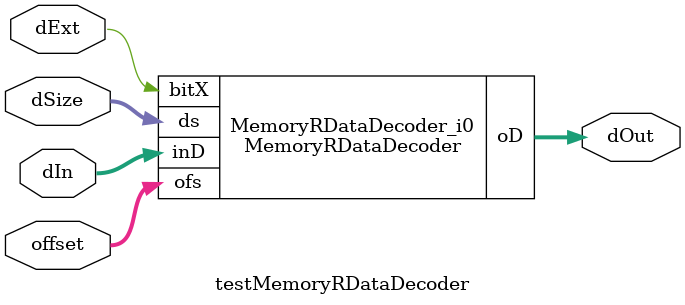
<source format=v>
/*
 * Generated by Digital. Don't modify this file!
 * Any changes will be lost if this file is regenerated.
 */
module MemoryRDataDecoder(
    input [31:0] inD,
    input [1:0] ofs,
    input bitX,
    input [1:0] ds,
    output reg[31:0] oD
);

always @(*)
    case (ds)
      2'b00://Word
      begin
        oD=inD;
      end
      2'b01://Half-Word
      begin
        case (ofs)
          2'b00:
              begin
                if(bitX) begin//do signExtend
                  oD={ {16{inD[31]}},inD[31:16]};
                end else begin
                  oD={16'b0,inD[31:16]};
                end
              end
              2'b01:
              begin
                if(bitX) begin//do signExtend
                  oD={ {16{inD[31]}},inD[31:16]};
                end else begin
                  oD={16'b0,inD[31:16]};
                end
              end
              2'b10:
              begin
                if(bitX) begin
                oD={ {16{inD[15]}},inD[15:0]};
                end else begin
                oD={16'b0,inD[15:0]};
                end
              end
              2'b11:
              begin
                if(bitX) begin
                oD={ {16{inD[15]}},inD[15:0]};
                end else begin
                oD={16'b0,inD[15:0]};
                end
              end
        endcase
      end 
      2'b10://Byte
      begin
        case (ofs)
          2'b00:
              begin
                if(bitX) begin//do signExtend
                  oD={ {24{inD[31]}} ,inD[31:24]};
                end else begin
                  oD={24'b0,inD[31:24]};
                end
              end
              2'b01:
              begin
                if(bitX) begin//do signExtend
                  oD={ {24{inD[23]}},inD[23:16]};
                end else begin
                  oD={24'b0,inD[23:16]};
                end
              end
              2'b10:
              begin
                if(bitX) begin//do signExtend
                  oD={ {24{inD[15]}},inD[15:8]};
                end else begin
                  oD={24'b0,inD[15:8]};
                end
              end
              2'b11:
              begin
                if(bitX) begin//do signExtend
                  oD={ {24{inD[7]}},inD[7:0]};
                end else begin
                  oD={24'b0,inD[7:0]};
                end
              end
        endcase
      end
      default: 
        oD=31'b0;
    endcase
endmodule

module testMemoryRDataDecoder (
  input [31:0] dIn,
  input [1:0] offset,
  input dExt,
  input [1:0] dSize,
  output [31:0] dOut
);
  // MemoryRDataDecoder
  MemoryRDataDecoder MemoryRDataDecoder_i0 (
    .inD( dIn ),
    .ofs( offset ),
    .bitX( dExt ),
    .ds( dSize ),
    .oD( dOut )
  );
endmodule

</source>
